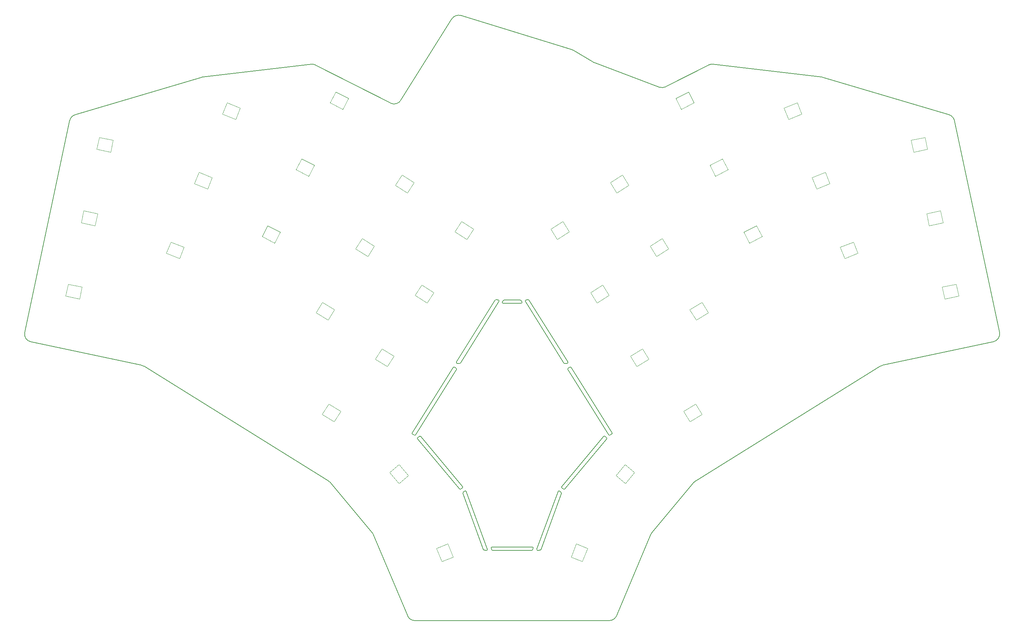
<source format=gbr>
%TF.GenerationSoftware,KiCad,Pcbnew,7.0.9*%
%TF.CreationDate,2023-11-27T23:54:22-05:00*%
%TF.ProjectId,main_r2,6d61696e-5f72-4322-9e6b-696361645f70,0.1*%
%TF.SameCoordinates,Original*%
%TF.FileFunction,Profile,NP*%
%FSLAX46Y46*%
G04 Gerber Fmt 4.6, Leading zero omitted, Abs format (unit mm)*
G04 Created by KiCad (PCBNEW 7.0.9) date 2023-11-27 23:54:22*
%MOMM*%
%LPD*%
G01*
G04 APERTURE LIST*
%TA.AperFunction,Profile*%
%ADD10C,0.150000*%
%TD*%
%TA.AperFunction,Profile*%
%ADD11C,0.120000*%
%TD*%
G04 APERTURE END LIST*
D10*
X142914230Y-167448718D02*
G75*
G03*
X143126189Y-167831165I211970J-132482D01*
G01*
X147644575Y-167831197D02*
G75*
G03*
X147856586Y-167448685I25J249997D01*
G01*
X147639103Y-167100636D02*
G75*
G03*
X147427091Y-166983116I-212003J-132464D01*
G01*
X148911756Y-166944892D02*
X149468260Y-166891944D01*
X170606832Y-200931713D02*
X170182808Y-201196673D01*
X170606823Y-200931698D02*
G75*
G03*
X170686363Y-200587221I-132423J211998D01*
G01*
X149703950Y-167008340D02*
X159476183Y-182647181D01*
X168900699Y-201497317D02*
G75*
G03*
X168548531Y-201528085I-160699J-191483D01*
G01*
X159584407Y-184235685D02*
G75*
G03*
X159504890Y-184580202I132493J-212015D01*
G01*
X160352939Y-184050284D02*
X170686364Y-200587222D01*
X151646785Y-230080818D02*
G75*
G03*
X151937748Y-230410628I234715J-86182D01*
G01*
X169314604Y-202170897D02*
G75*
G03*
X169283760Y-201818664I-191504J160697D01*
G01*
X158356401Y-214841382D02*
G75*
G03*
X158708577Y-214810604I160699J191482D01*
G01*
X157942534Y-214167817D02*
X168548530Y-201528084D01*
X158356370Y-214841419D02*
X157973348Y-214520025D01*
X169838295Y-201117154D02*
G75*
G03*
X170182808Y-201196672I212005J132454D01*
G01*
X158495679Y-182965073D02*
G75*
G03*
X158731346Y-183081483I212021J132473D01*
G01*
X160352917Y-184050298D02*
G75*
G03*
X160008447Y-183970752I-212017J-132502D01*
G01*
X157845717Y-215932360D02*
G75*
G03*
X157771338Y-215655928I-235117J84960D01*
G01*
X143343673Y-166983086D02*
G75*
G03*
X143131661Y-167100636I27J-250014D01*
G01*
X147639102Y-167100637D02*
X147856587Y-167448685D01*
X143343673Y-166983116D02*
X147427090Y-166983116D01*
X157942515Y-214167801D02*
G75*
G03*
X157973349Y-214520024I191485J-160699D01*
G01*
X159287852Y-183028574D02*
G75*
G03*
X159476182Y-182647182I-23652J248874D01*
G01*
X159287849Y-183028537D02*
X158731346Y-183081484D01*
X168900738Y-201497270D02*
X169283760Y-201818664D01*
X169838316Y-201117141D02*
X159504890Y-184580203D01*
X159584423Y-184235711D02*
X160008447Y-183970752D01*
X169314574Y-202170872D02*
X158708578Y-214810605D01*
X152544364Y-230270661D02*
G75*
G03*
X152723289Y-230112011I-56164J243561D01*
G01*
X149703911Y-167008364D02*
G75*
G03*
X149468259Y-166891944I-212011J-132436D01*
G01*
X147644575Y-167831165D02*
X143126189Y-167831165D01*
X142914177Y-167448685D02*
X143131661Y-167100637D01*
X148911763Y-166944967D02*
G75*
G03*
X148723423Y-167326248I23637J-248833D01*
G01*
X158495655Y-182965088D02*
X148723423Y-167326248D01*
X157411691Y-215354203D02*
G75*
G03*
X157016347Y-215459500I-160691J-191497D01*
G01*
X138833016Y-230410631D02*
G75*
G03*
X139123896Y-230080847I56204J243601D01*
G01*
X132828230Y-214167817D02*
X122222234Y-201528084D01*
X121456190Y-202170872D02*
X132062185Y-214810605D01*
X120587956Y-201196673D02*
G75*
G03*
X120932448Y-201117141I132480J212011D01*
G01*
X152723289Y-230112011D02*
X157845769Y-215932379D01*
X140259491Y-230261704D02*
G75*
G03*
X140491335Y-230418032I231809J93704D01*
G01*
X140318741Y-229490852D02*
G75*
G03*
X140086945Y-229834500I-1J-249998D01*
G01*
X133754417Y-215459500D02*
X139123895Y-230080848D01*
X130762317Y-183970752D02*
G75*
G03*
X130417825Y-184050284I-132480J-212011D01*
G01*
X150279429Y-230418039D02*
G75*
G03*
X150511225Y-230261684I-29J250039D01*
G01*
X150683818Y-229834500D02*
X150511225Y-230261684D01*
X132414393Y-214841419D02*
X132797415Y-214520025D01*
X138047491Y-230112005D02*
G75*
G03*
X138226398Y-230270670I235109J84905D01*
G01*
X120932448Y-201117141D02*
X131265873Y-184580203D01*
X140318741Y-229490848D02*
X150452022Y-229490848D01*
X132999428Y-215655930D02*
G75*
G03*
X132924995Y-215932378I160692J-191510D01*
G01*
X121870026Y-201497270D02*
X121487004Y-201818664D01*
X131265869Y-184580201D02*
G75*
G03*
X131186341Y-184235711I-212009J132481D01*
G01*
X132999425Y-215655926D02*
X133359045Y-215354170D01*
X132797411Y-214520020D02*
G75*
G03*
X132828228Y-214167818I-160691J191510D01*
G01*
X121487004Y-201818664D02*
G75*
G03*
X121456190Y-202170872I160696J-191511D01*
G01*
X157016346Y-215459500D02*
X151646868Y-230080848D01*
X138833016Y-230410630D02*
X138226398Y-230270670D01*
X151937748Y-230410630D02*
X152544366Y-230270670D01*
X150683738Y-229834468D02*
G75*
G03*
X150452022Y-229490848I-231738J93668D01*
G01*
X120084399Y-200587222D02*
G75*
G03*
X120163932Y-200931713I212012J-132479D01*
G01*
X132062189Y-214810602D02*
G75*
G03*
X132414393Y-214841419I191511J160702D01*
G01*
X150279429Y-230418032D02*
X140491335Y-230418032D01*
X138047474Y-230112011D02*
X132924994Y-215932379D01*
X157771338Y-215655926D02*
X157411719Y-215354170D01*
X140259539Y-230261684D02*
X140086945Y-229834500D01*
X133754415Y-215459501D02*
G75*
G03*
X133359044Y-215354170I-234675J-86179D01*
G01*
X122222234Y-201528084D02*
G75*
G03*
X121870026Y-201497270I-191511J-160696D01*
G01*
X131482914Y-183028537D02*
X132039418Y-183081484D01*
X141066813Y-167008340D02*
X131294581Y-182647181D01*
X141859008Y-166944892D02*
X141302504Y-166891944D01*
X120163932Y-200931713D02*
X120587956Y-201196673D01*
X130417825Y-184050284D02*
X120084399Y-200587222D01*
X131186341Y-184235711D02*
X130762317Y-183970752D01*
X142047363Y-167326262D02*
G75*
G03*
X141859008Y-166944893I-212063J132462D01*
G01*
X132039419Y-183081477D02*
G75*
G03*
X132275108Y-182965088I23681J248877D01*
G01*
X131294637Y-182647216D02*
G75*
G03*
X131482914Y-183028536I211963J-132484D01*
G01*
X141302503Y-166891958D02*
G75*
G03*
X141066813Y-167008340I-23703J-248842D01*
G01*
X132275109Y-182965088D02*
X142047341Y-167326248D01*
X66848648Y-110541262D02*
X34760474Y-120062226D01*
X33373089Y-121563782D02*
X21977296Y-175176778D01*
X23517766Y-177548901D02*
X51541977Y-183505631D01*
X52181151Y-183762812D02*
X98833387Y-212729584D01*
X99310479Y-213143123D02*
X109902701Y-225766439D01*
X110213779Y-226275659D02*
X118909142Y-246919563D01*
X120752311Y-248143208D02*
X169992463Y-248143208D01*
X171835631Y-246919563D02*
X180530995Y-226275661D01*
X180842075Y-225766439D02*
X191434294Y-213143125D01*
X191911390Y-212729585D02*
X238563627Y-183762812D01*
X239202795Y-183505628D02*
X267227007Y-177548901D01*
X268767480Y-175176783D02*
X257371682Y-121563783D01*
X255984299Y-120062227D02*
X223896126Y-110541262D01*
X223559059Y-110472124D02*
X196224067Y-107281865D01*
X195084239Y-107486367D02*
X184291549Y-112985522D01*
X182679799Y-113075597D02*
X166180567Y-106873100D01*
X165860716Y-106719211D02*
X160840352Y-103728334D01*
X160403770Y-103534624D02*
X132418699Y-94942087D01*
X130137730Y-95790705D02*
X117192918Y-116413201D01*
X114591003Y-117131926D02*
X95660535Y-107486369D01*
X94520706Y-107281867D02*
X67185712Y-110472124D01*
X34760474Y-120062227D02*
G75*
G03*
X33373090Y-121563782I568910J-1917378D01*
G01*
X21977297Y-175176778D02*
G75*
G03*
X23517766Y-177548901I1956294J-415828D01*
G01*
X52181149Y-183762814D02*
G75*
G03*
X51541977Y-183505632I-1054995J-1699111D01*
G01*
X99310480Y-213143122D02*
G75*
G03*
X98833387Y-212729584I-1532089J-1285576D01*
G01*
X110213779Y-226275659D02*
G75*
G03*
X109902700Y-225766441I-1843166J-776355D01*
G01*
X118909140Y-246919564D02*
G75*
G03*
X120752311Y-248143208I1843170J776358D01*
G01*
X169992463Y-248143205D02*
G75*
G03*
X171835630Y-246919563I0J1999999D01*
G01*
X180842077Y-225766441D02*
G75*
G03*
X180530996Y-226275661I1532085J-1285575D01*
G01*
X191911389Y-212729584D02*
G75*
G03*
X191434293Y-213143122I1054992J-1699115D01*
G01*
X239202796Y-183505632D02*
G75*
G03*
X238563627Y-183762812I415823J-1956293D01*
G01*
X267227007Y-177548899D02*
G75*
G03*
X268767480Y-175176783I-415823J1956295D01*
G01*
X257371682Y-121563783D02*
G75*
G03*
X255984300Y-120062227I-1956296J-415823D01*
G01*
X223896126Y-110541262D02*
G75*
G03*
X223559059Y-110472124I-568911J-1917382D01*
G01*
X196224066Y-107281870D02*
G75*
G03*
X195084243Y-107486371I-231847J-1986514D01*
G01*
X182679799Y-113075597D02*
G75*
G03*
X184291549Y-112985521I703767J1872089D01*
G01*
X165860716Y-106719211D02*
G75*
G03*
X166180567Y-106873099I1023616J1718198D01*
G01*
X160840353Y-103728332D02*
G75*
G03*
X160403770Y-103534624I-1023615J-1718204D01*
G01*
X132418698Y-94942089D02*
G75*
G03*
X130137734Y-95790705I-587032J-1911906D01*
G01*
X114591004Y-117131923D02*
G75*
G03*
X117192918Y-116413201I907981J1782011D01*
G01*
X95660534Y-107486371D02*
G75*
G03*
X94520706Y-107281868I-907981J-1782012D01*
G01*
X67185712Y-110472125D02*
G75*
G03*
X66848648Y-110541263I231848J-1986516D01*
G01*
D11*
%TO.C,LED1*%
X32960847Y-162943054D02*
X32316321Y-165975312D01*
X32316321Y-165975312D02*
X35837653Y-166723794D01*
X35837653Y-166723794D02*
X36482179Y-163691536D01*
X36482179Y-163691536D02*
X32960847Y-162943054D01*
%TO.C,LED2*%
X36911168Y-144358250D02*
X36266642Y-147390508D01*
X36266642Y-147390508D02*
X39787974Y-148138990D01*
X39787974Y-148138990D02*
X40432500Y-145106732D01*
X40432500Y-145106732D02*
X36911168Y-144358250D01*
%TO.C,LED3*%
X40861491Y-125773447D02*
X40216965Y-128805705D01*
X40216965Y-128805705D02*
X43738297Y-129554187D01*
X43738297Y-129554187D02*
X44382823Y-126521929D01*
X44382823Y-126521929D02*
X40861491Y-125773447D01*
%TO.C,LED4*%
X58977281Y-152273842D02*
X57816001Y-155148112D01*
X57816001Y-155148112D02*
X61153863Y-156496696D01*
X61153863Y-156496696D02*
X62315143Y-153622426D01*
X62315143Y-153622426D02*
X58977281Y-152273842D01*
%TO.C,LED5*%
X66094803Y-134657349D02*
X64933523Y-137531619D01*
X64933523Y-137531619D02*
X68271385Y-138880203D01*
X68271385Y-138880203D02*
X69432665Y-136005933D01*
X69432665Y-136005933D02*
X66094803Y-134657349D01*
%TO.C,LED6*%
X73212328Y-117040855D02*
X72051048Y-119915125D01*
X72051048Y-119915125D02*
X75388910Y-121263709D01*
X75388910Y-121263709D02*
X76550190Y-118389439D01*
X76550190Y-118389439D02*
X73212328Y-117040855D01*
%TO.C,LED7*%
X83473700Y-148133988D02*
X82066329Y-150896108D01*
X82066329Y-150896108D02*
X85273952Y-152530474D01*
X85273952Y-152530474D02*
X86681323Y-149768354D01*
X86681323Y-149768354D02*
X83473700Y-148133988D01*
%TO.C,LED8*%
X92099518Y-131204863D02*
X90692147Y-133966983D01*
X90692147Y-133966983D02*
X93899770Y-135601349D01*
X93899770Y-135601349D02*
X95307141Y-132839229D01*
X95307141Y-132839229D02*
X92099518Y-131204863D01*
%TO.C,LED9*%
X100725340Y-114275738D02*
X99317969Y-117037858D01*
X99317969Y-117037858D02*
X102525592Y-118672224D01*
X102525592Y-118672224D02*
X103932963Y-115910104D01*
X103932963Y-115910104D02*
X100725340Y-114275738D01*
%TO.C,LED10*%
X97341942Y-167529045D02*
X95699193Y-170157994D01*
X95699193Y-170157994D02*
X98752166Y-172065703D01*
X98752166Y-172065703D02*
X100394915Y-169436754D01*
X100394915Y-169436754D02*
X97341942Y-167529045D01*
%TO.C,LED11*%
X107410410Y-151416132D02*
X105767661Y-154045081D01*
X105767661Y-154045081D02*
X108820634Y-155952790D01*
X108820634Y-155952790D02*
X110463383Y-153323841D01*
X110463383Y-153323841D02*
X107410410Y-151416132D01*
%TO.C,LED12*%
X117478876Y-135303219D02*
X115836127Y-137932168D01*
X115836127Y-137932168D02*
X118889100Y-139839877D01*
X118889100Y-139839877D02*
X120531849Y-137210928D01*
X120531849Y-137210928D02*
X117478876Y-135303219D01*
%TO.C,LED13*%
X112395017Y-179293610D02*
X110752268Y-181922559D01*
X110752268Y-181922559D02*
X113805241Y-183830268D01*
X113805241Y-183830268D02*
X115447990Y-181201319D01*
X115447990Y-181201319D02*
X112395017Y-179293610D01*
%TO.C,LED14*%
X122463482Y-163180695D02*
X120820733Y-165809644D01*
X120820733Y-165809644D02*
X123873706Y-167717353D01*
X123873706Y-167717353D02*
X125516455Y-165088404D01*
X125516455Y-165088404D02*
X122463482Y-163180695D01*
%TO.C,LED15*%
X132531950Y-147067780D02*
X130889201Y-149696729D01*
X130889201Y-149696729D02*
X133942174Y-151604438D01*
X133942174Y-151604438D02*
X135584923Y-148975489D01*
X135584923Y-148975489D02*
X132531950Y-147067780D01*
%TO.C,LED16*%
X98934359Y-193286841D02*
X97291610Y-195915790D01*
X97291610Y-195915790D02*
X100344583Y-197823499D01*
X100344583Y-197823499D02*
X101987332Y-195194550D01*
X101987332Y-195194550D02*
X98934359Y-193286841D01*
%TO.C,LED17*%
X116759786Y-208657885D02*
X114385048Y-210650527D01*
X114385048Y-210650527D02*
X116699084Y-213408287D01*
X116699084Y-213408287D02*
X119073822Y-211415645D01*
X119073822Y-211415645D02*
X116759786Y-208657885D01*
%TO.C,LED18*%
X129096954Y-228704403D02*
X126222684Y-229865683D01*
X126222684Y-229865683D02*
X127571268Y-233203545D01*
X127571268Y-233203545D02*
X130445538Y-232042265D01*
X130445538Y-232042265D02*
X129096954Y-228704403D01*
%TO.C,LED19*%
X254262595Y-163691538D02*
X254907121Y-166723796D01*
X254907121Y-166723796D02*
X258428453Y-165975314D01*
X258428453Y-165975314D02*
X257783927Y-162943056D01*
X257783927Y-162943056D02*
X254262595Y-163691538D01*
%TO.C,LED20*%
X250312273Y-145106731D02*
X250956799Y-148138989D01*
X250956799Y-148138989D02*
X254478131Y-147390507D01*
X254478131Y-147390507D02*
X253833605Y-144358249D01*
X253833605Y-144358249D02*
X250312273Y-145106731D01*
%TO.C,LED21*%
X246361951Y-126521925D02*
X247006477Y-129554183D01*
X247006477Y-129554183D02*
X250527809Y-128805701D01*
X250527809Y-128805701D02*
X249883283Y-125773443D01*
X249883283Y-125773443D02*
X246361951Y-126521925D01*
%TO.C,LED22*%
X228429633Y-153622426D02*
X229590913Y-156496696D01*
X229590913Y-156496696D02*
X232928775Y-155148112D01*
X232928775Y-155148112D02*
X231767495Y-152273842D01*
X231767495Y-152273842D02*
X228429633Y-153622426D01*
%TO.C,LED23*%
X221312110Y-136005934D02*
X222473390Y-138880204D01*
X222473390Y-138880204D02*
X225811252Y-137531620D01*
X225811252Y-137531620D02*
X224649972Y-134657350D01*
X224649972Y-134657350D02*
X221312110Y-136005934D01*
%TO.C,LED24*%
X214194584Y-118389441D02*
X215355864Y-121263711D01*
X215355864Y-121263711D02*
X218693726Y-119915127D01*
X218693726Y-119915127D02*
X217532446Y-117040857D01*
X217532446Y-117040857D02*
X214194584Y-118389441D01*
%TO.C,LED25*%
X204063454Y-149768353D02*
X205470825Y-152530473D01*
X205470825Y-152530473D02*
X208678448Y-150896107D01*
X208678448Y-150896107D02*
X207271077Y-148133987D01*
X207271077Y-148133987D02*
X204063454Y-149768353D01*
%TO.C,LED26*%
X195437632Y-132839228D02*
X196845003Y-135601348D01*
X196845003Y-135601348D02*
X200052626Y-133966982D01*
X200052626Y-133966982D02*
X198645255Y-131204862D01*
X198645255Y-131204862D02*
X195437632Y-132839228D01*
%TO.C,LED27*%
X186811816Y-115910104D02*
X188219187Y-118672224D01*
X188219187Y-118672224D02*
X191426810Y-117037858D01*
X191426810Y-117037858D02*
X190019439Y-114275738D01*
X190019439Y-114275738D02*
X186811816Y-115910104D01*
%TO.C,LED28*%
X190349858Y-169436755D02*
X191992607Y-172065704D01*
X191992607Y-172065704D02*
X195045580Y-170157995D01*
X195045580Y-170157995D02*
X193402831Y-167529046D01*
X193402831Y-167529046D02*
X190349858Y-169436755D01*
%TO.C,LED29*%
X180281394Y-153323840D02*
X181924143Y-155952789D01*
X181924143Y-155952789D02*
X184977116Y-154045080D01*
X184977116Y-154045080D02*
X183334367Y-151416131D01*
X183334367Y-151416131D02*
X180281394Y-153323840D01*
%TO.C,LED30*%
X170212924Y-137210928D02*
X171855673Y-139839877D01*
X171855673Y-139839877D02*
X174908646Y-137932168D01*
X174908646Y-137932168D02*
X173265897Y-135303219D01*
X173265897Y-135303219D02*
X170212924Y-137210928D01*
%TO.C,LED31*%
X175296785Y-181201316D02*
X176939534Y-183830265D01*
X176939534Y-183830265D02*
X179992507Y-181922556D01*
X179992507Y-181922556D02*
X178349758Y-179293607D01*
X178349758Y-179293607D02*
X175296785Y-181201316D01*
%TO.C,LED32*%
X165228318Y-165088404D02*
X166871067Y-167717353D01*
X166871067Y-167717353D02*
X169924040Y-165809644D01*
X169924040Y-165809644D02*
X168281291Y-163180695D01*
X168281291Y-163180695D02*
X165228318Y-165088404D01*
%TO.C,LED33*%
X155159853Y-148975489D02*
X156802602Y-151604438D01*
X156802602Y-151604438D02*
X159855575Y-149696729D01*
X159855575Y-149696729D02*
X158212826Y-147067780D01*
X158212826Y-147067780D02*
X155159853Y-148975489D01*
%TO.C,LED34*%
X188757441Y-195194550D02*
X190400190Y-197823499D01*
X190400190Y-197823499D02*
X193453163Y-195915790D01*
X193453163Y-195915790D02*
X191810414Y-193286841D01*
X191810414Y-193286841D02*
X188757441Y-195194550D01*
%TO.C,LED35*%
X171670953Y-211415644D02*
X174045691Y-213408286D01*
X174045691Y-213408286D02*
X176359727Y-210650526D01*
X176359727Y-210650526D02*
X173984989Y-208657884D01*
X173984989Y-208657884D02*
X171670953Y-211415644D01*
%TO.C,LED36*%
X160299238Y-232042265D02*
X163173508Y-233203545D01*
X163173508Y-233203545D02*
X164522092Y-229865683D01*
X164522092Y-229865683D02*
X161647822Y-228704403D01*
X161647822Y-228704403D02*
X160299238Y-232042265D01*
%TD*%
M02*

</source>
